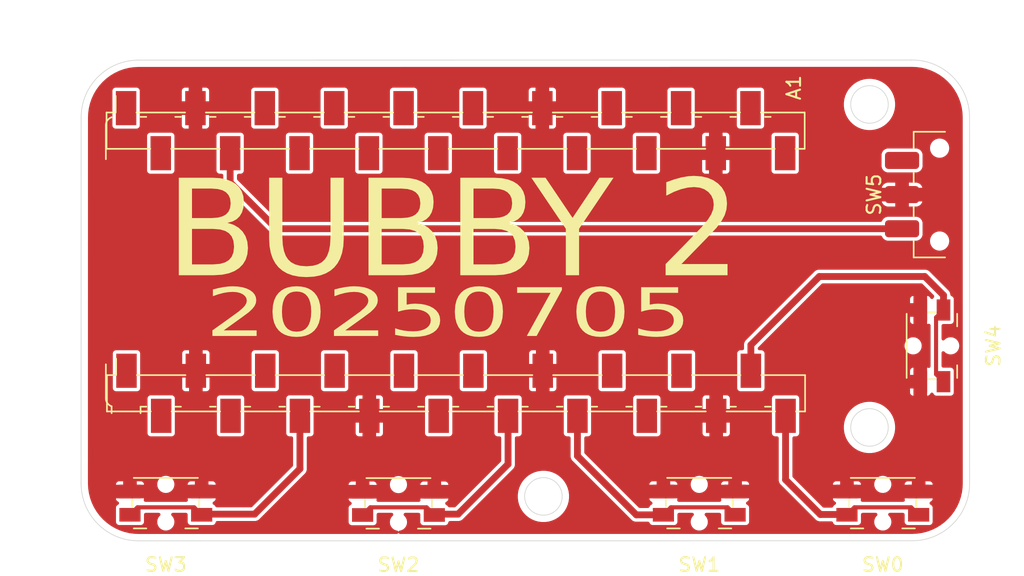
<source format=kicad_pcb>
(kicad_pcb (version 20241229) (generator "pcbnew") (generator_version "9.0")
  (layers (0 "F.Cu" signal) (2 "B.Cu" signal) (13 "F.Paste" user) (15 "B.Paste" user) (5 "F.SilkS" user "F.Silkscreen") (7 "B.SilkS" user "B.Silkscreen") (1 "F.Mask" user) (3 "B.Mask" user) (25 "Edge.Cuts" user))
  (net 0 "")
  (net 1 "Net-(A1-3V3_EN)")
  (net 2 "GND")
  (net 4 "Net-(A1-GPIO14)")
  (net 5 "Net-(A1-GPIO10)")
  (net 6 "Net-(A1-GPIO15)")
  (net 26 "Net-(A1-GPIO9)")
  (net 34 "Net-(A1-GPIO4)")
  (footprint "Button_Switch_SMD:Panasonic_EVQPUL_EVQPUC" (layer "F.Cu") (at 231.36 126.195 180)
    (property "Reference" "SW1" (at 0 -4.5 180) (layer "F.SilkS"))
    (property "Value" "SW_SPST" (hide yes))
    (fp_line (start 2.45 0.275) (end 2.45 -0.275) (stroke (width 0.12)) (layer "F.SilkS"))
    (fp_line (start 2.35 1.85) (end -2.35 1.85) (stroke (width 0.12)) (layer "F.SilkS"))
    (fp_line (start 2.35 -1.85) (end 1.425 -1.85) (stroke (width 0.12)) (layer "F.SilkS"))
    (fp_line (start -1.425 -1.85) (end -2.35 -1.85) (stroke (width 0.12)) (layer "F.SilkS"))
    (fp_line (start -2.45 0.275) (end -2.45 -0.275) (stroke (width 0.12)) (layer "F.SilkS"))
    (pad "" np_thru_hole circle (at 0 -1.375) (size 0.75 0.75) (drill 0.75) (layers "*.Cu" "*.Mask"))
    (pad "" np_thru_hole circle (at 0 1.375) (size 0.75 0.75) (drill 0.75) (layers "*.Cu" "*.Mask"))
    (pad "1" smd rect (at -2.625 -0.85) (size 1.55 1) (layers "F.Cu" "F.Mask" "F.Paste") (net 5 "Net-(A1-GPIO10)"))
    (pad "1" smd rect (at 2.625 -0.85) (size 1.55 1) (layers "F.Cu" "F.Mask" "F.Paste") (net 5 "Net-(A1-GPIO10)"))
    (pad "2" smd rect (at -2.625 0.85) (size 1.55 1) (layers "F.Cu" "F.Mask" "F.Paste") (net 2 "GND"))
    (pad "2" smd rect (at 2.625 0.85) (size 1.55 1) (layers "F.Cu" "F.Mask" "F.Paste") (net 2 "GND"))
  )
  (footprint "Button_Switch_SMD:Panasonic_EVQPUL_EVQPUC" (layer "F.Cu") (at 244.8 126.195 180)
    (property "Reference" "SW0" (at 0 -4.5 180) (layer "F.SilkS"))
    (property "Value" "SW_SPST" (hide yes))
    (fp_line (start 2.45 0.275) (end 2.45 -0.275) (stroke (width 0.12)) (layer "F.SilkS"))
    (fp_line (start 2.35 1.85) (end -2.35 1.85) (stroke (width 0.12)) (layer "F.SilkS"))
    (fp_line (start 2.35 -1.85) (end 1.425 -1.85) (stroke (width 0.12)) (layer "F.SilkS"))
    (fp_line (start -1.425 -1.85) (end -2.35 -1.85) (stroke (width 0.12)) (layer "F.SilkS"))
    (fp_line (start -2.45 0.275) (end -2.45 -0.275) (stroke (width 0.12)) (layer "F.SilkS"))
    (pad "" np_thru_hole circle (at 0 -1.375) (size 0.75 0.75) (drill 0.75) (layers "*.Cu" "*.Mask"))
    (pad "" np_thru_hole circle (at 0 1.375) (size 0.75 0.75) (drill 0.75) (layers "*.Cu" "*.Mask"))
    (pad "1" smd rect (at -2.625 -0.85) (size 1.55 1) (layers "F.Cu" "F.Mask" "F.Paste") (net 6 "Net-(A1-GPIO15)"))
    (pad "1" smd rect (at 2.625 -0.85) (size 1.55 1) (layers "F.Cu" "F.Mask" "F.Paste") (net 6 "Net-(A1-GPIO15)"))
    (pad "2" smd rect (at -2.625 0.85) (size 1.55 1) (layers "F.Cu" "F.Mask" "F.Paste") (net 2 "GND"))
    (pad "2" smd rect (at 2.625 0.85) (size 1.55 1) (layers "F.Cu" "F.Mask" "F.Paste") (net 2 "GND"))
  )
  (footprint "Button_Switch_SMD:Panasonic_EVQPUL_EVQPUC" (layer "F.Cu") (at 209.335 126.21 180)
    (property "Reference" "SW2" (at 0 -4.5 180) (layer "F.SilkS"))
    (property "Value" "SW_SPST" (hide yes))
    (fp_line (start 2.45 0.275) (end 2.45 -0.275) (stroke (width 0.12)) (layer "F.SilkS"))
    (fp_line (start 2.35 1.85) (end -2.35 1.85) (stroke (width 0.12)) (layer "F.SilkS"))
    (fp_line (start 2.35 -1.85) (end 1.425 -1.85) (stroke (width 0.12)) (layer "F.SilkS"))
    (fp_line (start -1.425 -1.85) (end -2.35 -1.85) (stroke (width 0.12)) (layer "F.SilkS"))
    (fp_line (start -2.45 0.275) (end -2.45 -0.275) (stroke (width 0.12)) (layer "F.SilkS"))
    (pad "" np_thru_hole circle (at 0 -1.375) (size 0.75 0.75) (drill 0.75) (layers "*.Cu" "*.Mask"))
    (pad "" np_thru_hole circle (at 0 1.375) (size 0.75 0.75) (drill 0.75) (layers "*.Cu" "*.Mask"))
    (pad "1" smd rect (at -2.625 -0.85) (size 1.55 1) (layers "F.Cu" "F.Mask" "F.Paste") (net 26 "Net-(A1-GPIO9)"))
    (pad "1" smd rect (at 2.625 -0.85) (size 1.55 1) (layers "F.Cu" "F.Mask" "F.Paste") (net 26 "Net-(A1-GPIO9)"))
    (pad "2" smd rect (at -2.625 0.85) (size 1.55 1) (layers "F.Cu" "F.Mask" "F.Paste") (net 2 "GND"))
    (pad "2" smd rect (at 2.625 0.85) (size 1.55 1) (layers "F.Cu" "F.Mask" "F.Paste") (net 2 "GND"))
  )
  (footprint "footprints:sw_spdt_slide_mskt-12c03" (layer "F.Cu") (at 248.96 103.6 90)
    (property "Reference" "SW5" (at 0 -4.8 90) (layer "F.SilkS"))
    (property "Value" "SW_DPDT_x2" (hide yes))
    (fp_line (start 4.6 -1.9) (end 4.6 0.4) (stroke (width 0.12)) (layer "F.SilkS"))
    (fp_line (start 3.4 -1.9) (end 4.6 -1.9) (stroke (width 0.12)) (layer "F.SilkS"))
    (fp_line (start 1.6 -1.9) (end 0.9 -1.9) (stroke (width 0.12)) (layer "F.SilkS"))
    (fp_line (start -0.9 -1.9) (end -1.6 -1.9) (stroke (width 0.12)) (layer "F.SilkS"))
    (fp_line (start -4.6 -1.9) (end -3.4 -1.9) (stroke (width 0.12)) (layer "F.SilkS"))
    (fp_line (start -4.6 0.4) (end -4.6 -1.9) (stroke (width 0.12)) (layer "F.SilkS"))
    (pad "" np_thru_hole circle (at -3.4 0 90) (size 0.9 0.9) (drill 0.9) (layers "*.Cu" "*.Mask"))
    (pad "" np_thru_hole circle (at 3.4 0 90) (size 0.9 0.9) (drill 0.9) (layers "*.Cu" "*.Mask"))
    (pad "1" smd roundrect (at -2.5 -2.75 90) (size 1.25 2.5) (layers "F.Cu" "F.Mask" "F.Paste") (roundrect_rratio 0.2) (net 1 "Net-(A1-3V3_EN)"))
    (pad "2" smd roundrect (at 0 -2.75 90) (size 1.25 2.5) (layers "F.Cu" "F.Mask" "F.Paste") (roundrect_rratio 0.2) (net 2 "GND"))
    (pad "3" smd roundrect (at 2.5 -2.75 90) (size 1.25 2.5) (layers "F.Cu" "F.Mask" "F.Paste") (roundrect_rratio 0.2))
  )
  (footprint "Button_Switch_SMD:Panasonic_EVQPUL_EVQPUC" (layer "F.Cu") (at 192.3 126.195 180)
    (property "Reference" "SW3" (at 0 -4.5 180) (layer "F.SilkS"))
    (property "Value" "SW_SPST" (hide yes))
    (fp_line (start 2.45 0.275) (end 2.45 -0.275) (stroke (width 0.12)) (layer "F.SilkS"))
    (fp_line (start 2.35 1.85) (end -2.35 1.85) (stroke (width 0.12)) (layer "F.SilkS"))
    (fp_line (start 2.35 -1.85) (end 1.425 -1.85) (stroke (width 0.12)) (layer "F.SilkS"))
    (fp_line (start -1.425 -1.85) (end -2.35 -1.85) (stroke (width 0.12)) (layer "F.SilkS"))
    (fp_line (start -2.45 0.275) (end -2.45 -0.275) (stroke (width 0.12)) (layer "F.SilkS"))
    (pad "" np_thru_hole circle (at 0 -1.375) (size 0.75 0.75) (drill 0.75) (layers "*.Cu" "*.Mask"))
    (pad "" np_thru_hole circle (at 0 1.375) (size 0.75 0.75) (drill 0.75) (layers "*.Cu" "*.Mask"))
    (pad "1" smd rect (at -2.625 -0.85) (size 1.55 1) (layers "F.Cu" "F.Mask" "F.Paste") (net 34 "Net-(A1-GPIO4)"))
    (pad "1" smd rect (at 2.625 -0.85) (size 1.55 1) (layers "F.Cu" "F.Mask" "F.Paste") (net 34 "Net-(A1-GPIO4)"))
    (pad "2" smd rect (at -2.625 0.85) (size 1.55 1) (layers "F.Cu" "F.Mask" "F.Paste") (net 2 "GND"))
    (pad "2" smd rect (at 2.625 0.85) (size 1.55 1) (layers "F.Cu" "F.Mask" "F.Paste") (net 2 "GND"))
  )
  (footprint "Button_Switch_SMD:Panasonic_EVQPUL_EVQPUC" (layer "F.Cu") (at 248.395 114.675 -90)
    (property "Reference" "SW4" (at 0 -4.5 270) (layer "F.SilkS"))
    (property "Value" "SW_SPST" (hide yes))
    (fp_line (start 2.35 1.85) (end -2.35 1.85) (stroke (width 0.12)) (layer "F.SilkS"))
    (fp_line (start -2.45 0.275) (end -2.45 -0.275) (stroke (width 0.12)) (layer "F.SilkS"))
    (fp_line (start 2.45 0.275) (end 2.45 -0.275) (stroke (width 0.12)) (layer "F.SilkS"))
    (fp_line (start -1.425 -1.85) (end -2.35 -1.85) (stroke (width 0.12)) (layer "F.SilkS"))
    (fp_line (start 2.35 -1.85) (end 1.425 -1.85) (stroke (width 0.12)) (layer "F.SilkS"))
    (pad "" np_thru_hole circle (at 0 -1.375 90) (size 0.75 0.75) (drill 0.75) (layers "*.Cu" "*.Mask"))
    (pad "" np_thru_hole circle (at 0 1.375 90) (size 0.75 0.75) (drill 0.75) (layers "*.Cu" "*.Mask"))
    (pad "1" smd rect (at -2.625 -0.85 90) (size 1.55 1) (layers "F.Cu" "F.Mask" "F.Paste") (net 4 "Net-(A1-GPIO14)"))
    (pad "1" smd rect (at 2.625 -0.85 90) (size 1.55 1) (layers "F.Cu" "F.Mask" "F.Paste") (net 4 "Net-(A1-GPIO14)"))
    (pad "2" smd rect (at -2.625 0.85 90) (size 1.55 1) (layers "F.Cu" "F.Mask" "F.Paste") (net 2 "GND"))
    (pad "2" smd rect (at 2.625 0.85 90) (size 1.55 1) (layers "F.Cu" "F.Mask" "F.Paste") (net 2 "GND"))
  )
  (footprint "rp2350-lcd-0.96-smd-short:RaspberryPi_Pico_SMD" (layer "F.Cu") (at 213.52 108.52 90)
    (property "Reference" "A1" (at 11.7475 24.765 90) (layer "F.SilkS") (effects (justify left)))
    (property "Value" "RaspberryPi_Pico")
    (fp_line (start 10 -25.61) (end 7.51 -25.61) (stroke (width 0.12)) (layer "F.SilkS"))
    (fp_line (start -10 -25.61) (end -7.51 -25.61) (stroke (width 0.12)) (layer "F.SilkS"))
    (fp_line (start 10.93 -25.56) (end 10.93 -24.89) (stroke (width 0.12)) (layer "F.SilkS"))
    (fp_line (start 8.27 -25.56) (end 10.93 -25.56) (stroke (width 0.12)) (layer "F.SilkS"))
    (fp_line (start 8.27 -25.56) (end 8.27 -22.35) (stroke (width 0.12)) (layer "F.SilkS"))
    (fp_line (start -8.3 -25.53) (end -8.3 -24.86) (stroke (width 0.12)) (layer "F.SilkS"))
    (fp_line (start -10.96 -25.53) (end -8.3 -25.53) (stroke (width 0.12)) (layer "F.SilkS"))
    (fp_line (start -10.96 -25.53) (end -10.96 -22.32) (stroke (width 0.12)) (layer "F.SilkS"))
    (fp_line (start -10.579676 -25.19) (end -11.09 -25.19) (stroke (width 0.12)) (layer "F.SilkS"))
    (fp_line (start 10.93 -24.89) (end 12.14 -24.89) (stroke (width 0.12)) (layer "F.SilkS"))
    (fp_line (start -8.3 -24.86) (end -7.09 -24.86) (stroke (width 0.12)) (layer "F.SilkS"))
    (fp_line (start 10.93 -23.37) (end 10.93 -19.81) (stroke (width 0.12)) (layer "F.SilkS"))
    (fp_line (start -8.3 -23.34) (end -8.3 -19.78) (stroke (width 0.12)) (layer "F.SilkS"))
    (fp_line (start 10.61 -23.07) (end 10.61 -22.65) (stroke (width 0.12)) (layer "F.SilkS"))
    (fp_line (start -10.61 -23.07) (end -11.09 -23.07) (stroke (width 0.12)) (layer "F.SilkS"))
    (fp_line (start -10.61 -23.07) (end -10.61 -22.65) (stroke (width 0.12)) (layer "F.SilkS"))
    (fp_line (start 8.27 -20.83) (end 8.27 -17.27) (stroke (width 0.12)) (layer "F.SilkS"))
    (fp_line (start -10.96 -20.8) (end -10.96 -17.24) (stroke (width 0.12)) (layer "F.SilkS"))
    (fp_line (start 10.61 -20.53) (end 10.61 -20.11) (stroke (width 0.12)) (layer "F.SilkS"))
    (fp_line (start -10.61 -20.53) (end -10.61 -20.11) (stroke (width 0.12)) (layer "F.SilkS"))
    (fp_line (start 10.93 -18.29) (end 10.93 -14.73) (stroke (width 0.12)) (layer "F.SilkS"))
    (fp_line (start -8.3 -18.26) (end -8.3 -14.7) (stroke (width 0.12)) (layer "F.SilkS"))
    (fp_line (start 10.61 -17.99) (end 10.61 -17.57) (stroke (width 0.12)) (layer "F.SilkS"))
    (fp_line (start -10.61 -17.99) (end -10.61 -17.57) (stroke (width 0.12)) (layer "F.SilkS"))
    (fp_line (start 8.27 -15.75) (end 8.27 -12.19) (stroke (width 0.12)) (layer "F.SilkS"))
    (fp_line (start -10.96 -15.72) (end -10.96 -12.16) (stroke (width 0.12)) (layer "F.SilkS"))
    (fp_line (start 10.61 -15.45) (end 10.61 -15.03) (stroke (width 0.12)) (layer "F.SilkS"))
    (fp_line (start -10.61 -15.45) (end -10.61 -15.03) (stroke (width 0.12)) (layer "F.SilkS"))
    (fp_line (start 10.93 -13.21) (end 10.93 -9.65) (stroke (width 0.12)) (layer "F.SilkS"))
    (fp_line (start -8.3 -13.18) (end -8.3 -9.62) (stroke (width 0.12)) (layer "F.SilkS"))
    (fp_line (start 10.61 -12.91) (end 10.61 -12.49) (stroke (width 0.12)) (layer "F.SilkS"))
    (fp_line (start -10.61 -12.91) (end -10.61 -12.49) (stroke (width 0.12)) (layer "F.SilkS"))
    (fp_line (start 8.27 -10.67) (end 8.27 -7.11) (stroke (width 0.12)) (layer "F.SilkS"))
    (fp_line (start -10.96 -10.64) (end -10.96 -7.08) (stroke (width 0.12)) (layer "F.SilkS"))
    (fp_line (start 10.61 -10.37) (end 10.61 -9.95) (stroke (width 0.12)) (layer "F.SilkS"))
    (fp_line (start -10.61 -10.37) (end -10.61 -9.95) (stroke (width 0.12)) (layer "F.SilkS"))
    (fp_line (start 10.93 -8.13) (end 10.93 -4.57) (stroke (width 0.12)) (layer "F.SilkS"))
    (fp_line (start -8.3 -8.1) (end -8.3 -4.54) (stroke (width 0.12)) (layer "F.SilkS"))
    (fp_line (start 10.61 -7.83) (end 10.61 -7.41) (stroke (width 0.12)) (layer "F.SilkS"))
    (fp_line (start -10.61 -7.83) (end -10.61 -7.41) (stroke (width 0.12)) (layer "F.SilkS"))
    (fp_line (start 8.27 -5.59) (end 8.27 -2.03) (stroke (width 0.12)) (layer "F.SilkS"))
    (fp_line (start -10.96 -5.56) (end -10.96 -2) (stroke (width 0.12)) (layer "F.SilkS"))
    (fp_line (start 10.61 -5.29) (end 10.61 -4.87) (stroke (width 0.12)) (layer "F.SilkS"))
    (fp_line (start -10.61 -5.29) (end -10.61 -4.87) (stroke (width 0.12)) (layer "F.SilkS"))
    (fp_line (start 10.93 -3.05) (end 10.93 0.51) (stroke (width 0.12)) (layer "F.SilkS"))
    (fp_line (start -8.3 -3.02) (end -8.3 0.54) (stroke (width 0.12)) (layer "F.SilkS"))
    (fp_line (start 10.61 -2.75) (end 10.61 -2.33) (stroke (width 0.12)) (layer "F.SilkS"))
    (fp_line (start -10.61 -2.75) (end -10.61 -2.33) (stroke (width 0.12)) (layer "F.SilkS"))
    (fp_line (start 8.27 -0.51) (end 8.27 3.05) (stroke (width 0.12)) (layer "F.SilkS"))
    (fp_line (start -10.96 -0.48) (end -10.96 3.08) (stroke (width 0.12)) (layer "F.SilkS"))
    (fp_line (start 10.61 -0.21) (end 10.61 0.21) (stroke (width 0.12)) (layer "F.SilkS"))
    (fp_line (start -10.61 -0.21) (end -10.61 0.21) (stroke (width 0.12)) (layer "F.SilkS"))
    (fp_line (start 10.93 2.03) (end 10.93 5.59) (stroke (width 0.12)) (layer "F.SilkS"))
    (fp_line (start -8.3 2.06) (end -8.3 5.62) (stroke (width 0.12)) (layer "F.SilkS"))
    (fp_line (start 10.61 2.33) (end 10.61 2.75) (stroke (width 0.12)) (layer "F.SilkS"))
    (fp_line (start -10.61 2.33) (end -10.61 2.75) (stroke (width 0.12)) (layer "F.SilkS"))
    (fp_line (start 8.27 4.57) (end 8.27 8.13) (stroke (width 0.12)) (layer "F.SilkS"))
    (fp_line (start -10.96 4.6) (end -10.96 8.16) (stroke (width 0.12)) (layer "F.SilkS"))
    (fp_line (start 10.61 4.87) (end 10.61 5.29) (stroke (width 0.12)) (layer "F.SilkS"))
    (fp_line (start -10.61 4.87) (end -10.61 5.29) (stroke (width 0.12)) (layer "F.SilkS"))
    (fp_line (start 10.93 7.11) (end 10.93 10.67) (stroke (width 0.12)) (layer "F.SilkS"))
    (fp_line (start -8.3 7.14) (end -8.3 10.7) (stroke (width 0.12)) (layer "F.SilkS"))
    (fp_line (start 10.61 7.41) (end 10.61 7.83) (stroke (width 0.12)) (layer "F.SilkS"))
    (fp_line (start -10.61 7.41) (end -10.61 7.83) (stroke (width 0.12)) (layer "F.SilkS"))
    (fp_line (start 8.27 9.65) (end 8.27 13.21) (stroke (width 0.12)) (layer "F.SilkS"))
    (fp_line (start -10.96 9.68) (end -10.96 13.24) (stroke (width 0.12)) (layer "F.SilkS"))
    (fp_line (start 10.61 9.95) (end 10.61 10.37) (stroke (width 0.12)) (layer "F.SilkS"))
    (fp_line (start -10.61 9.95) (end -10.61 10.37) (stroke (width 0.12)) (layer "F.SilkS"))
    (fp_line (start 10.93 12.19) (end 10.93 15.75) (stroke (width 0.12)) (layer "F.SilkS"))
    (fp_line (start -8.3 12.22) (end -8.3 15.78) (stroke (width 0.12)) (layer "F.SilkS"))
    (fp_line (start 10.61 12.49) (end 10.61 12.91) (stroke (width 0.12)) (layer "F.SilkS"))
    (fp_line (start -10.61 12.49) (end -10.61 12.91) (stroke (width 0.12)) (layer "F.SilkS"))
    (fp_line (start 8.27 14.73) (end 8.27 18.29) (stroke (width 0.12)) (layer "F.SilkS"))
    (fp_line (start -10.96 14.76) (end -10.96 18.32) (stroke (width 0.12)) (layer "F.SilkS"))
    (fp_line (start 10.61 15.03) (end 10.61 15.45) (stroke (width 0.12)) (layer "F.SilkS"))
    (fp_line (start -10.61 15.03) (end -10.61 15.45) (stroke (width 0.12)) (layer "F.SilkS"))
    (fp_line (start 10.93 17.27) (end 10.93 20.83) (stroke (width 0.12)) (layer "F.SilkS"))
    (fp_line (start -8.3 17.3) (end -8.3 20.86) (stroke (width 0.12)) (layer "F.SilkS"))
    (fp_line (start 10.61 17.57) (end 10.61 17.99) (stroke (width 0.12)) (layer "F.SilkS"))
    (fp_line (start -10.61 17.57) (end -10.61 17.99) (stroke (width 0.12)) (layer "F.SilkS"))
    (fp_line (start 8.27 19.81) (end 8.27 23.37) (stroke (width 0.12)) (layer "F.SilkS"))
    (fp_line (start -10.96 19.84) (end -10.96 23.4) (stroke (width 0.12)) (layer "F.SilkS"))
    (fp_line (start 10.61 20.11) (end 10.61 20.53) (stroke (width 0.12)) (layer "F.SilkS"))
    (fp_line (start -10.61 20.11) (end -10.61 20.53) (stroke (width 0.12)) (layer "F.SilkS"))
    (fp_line (start 10.93 22.35) (end 10.93 25.56) (stroke (width 0.12)) (layer "F.SilkS"))
    (fp_line (start -8.3 22.38) (end -8.3 25.59) (stroke (width 0.12)) (layer "F.SilkS"))
    (fp_line (start 10.61 22.65) (end 10.61 23.07) (stroke (width 0.12)) (layer "F.SilkS"))
    (fp_line (start -10.61 22.65) (end -10.61 23.07) (stroke (width 0.12)) (layer "F.SilkS"))
    (fp_line (start 8.27 24.89) (end 8.27 25.56) (stroke (width 0.12)) (layer "F.SilkS"))
    (fp_line (start -10.96 24.92) (end -10.96 25.59) (stroke (width 0.12)) (layer "F.SilkS"))
    (fp_line (start 8.27 25.56) (end 10.93 25.56) (stroke (width 0.12)) (layer "F.SilkS"))
    (fp_line (start -10.96 25.59) (end -8.3 25.59) (stroke (width 0.12)) (layer "F.SilkS"))
    (fp_arc (start 10 -25.61) (mid 10.357937 -25.493944) (end 10.579676 -25.189937) (stroke (width 0.12)) (layer "F.SilkS"))
    (fp_arc (start -10.579676 -25.19) (mid -10.357938 -25.493944) (end -10 -25.61) (stroke (width 0.12)) (layer "F.SilkS"))
    (pad "" smd rect (at -8.89 -24.13 90) (size 3.8 2.2) (drill (offset -0.8 0)) (layers "F.Paste"))
    (pad "" smd rect (at -8.89 -21.59 90) (size 3.8 2.2) (drill (offset -0.8 0)) (layers "F.Paste"))
    (pad "" smd rect (at -8.89 -19.05 90) (size 3.8 2.2) (drill (offset -0.8 0)) (layers "F.Paste"))
    (pad "" smd rect (at -8.89 -16.51 90) (size 3.8 2.2) (drill (offset -0.8 0)) (layers "F.Paste"))
    (pad "" smd rect (at -8.89 -13.97 90) (size 3.8 2.2) (drill (offset -0.8 0)) (layers "F.Paste"))
    (pad "" smd rect (at -8.89 -11.43 90) (size 3.8 2.2) (drill (offset -0.8 0)) (layers "F.Paste"))
    (pad "" smd rect (at -8.89 -8.89 90) (size 3.8 2.2) (drill (offset -0.8 0)) (layers "F.Paste"))
    (pad "" smd rect (at -8.89 -6.35 90) (size 3.8 2.2) (drill (offset -0.8 0)) (layers "F.Paste"))
    (pad "" smd rect (at -8.89 -3.81 90) (size 3.8 2.2) (drill (offset -0.8 0)) (layers "F.Paste"))
    (pad "" smd rect (at -8.89 -1.27 90) (size 3.8 2.2) (drill (offset -0.8 0)) (layers "F.Paste"))
    (pad "" smd rect (at -8.89 1.27 90) (size 3.8 2.2) (drill (offset -0.8 0)) (layers "F.Paste"))
    (pad "" smd rect (at -8.89 3.81 90) (size 3.8 2.2) (drill (offset -0.8 0)) (layers "F.Paste"))
    (pad "" smd rect (at -8.89 6.35 90) (size 3.8 2.2) (drill (offset -0.8 0)) (layers "F.Paste"))
    (pad "" smd rect (at -8.89 8.89 90) (size 3.8 2.2) (drill (offset -0.8 0)) (layers "F.Paste"))
    (pad "" smd rect (at -8.89 11.43 90) (size 3.8 2.2) (drill (offset -0.8 0)) (layers "F.Paste"))
    (pad "" smd rect (at -8.89 13.97 90) (size 3.8 2.2) (drill (offset -0.8 0)) (layers "F.Paste"))
    (pad "" smd rect (at -8.89 16.51 90) (size 3.8 2.2) (drill (offset -0.8 0)) (layers "F.Paste"))
    (pad "" smd rect (at -8.89 19.05 90) (size 3.8 2.2) (drill (offset -0.8 0)) (layers "F.Paste"))
    (pad "" smd rect (at -8.89 21.59 90) (size 3.8 2.2) (drill (offset -0.8 0)) (layers "F.Paste"))
    (pad "" smd rect (at -8.89 24.13 90) (size 3.8 2.2) (drill (offset -0.8 0)) (layers "F.Paste"))
    (pad "" smd rect (at 8.89 -24.13 90) (size 3.8 2.2) (drill (offset 0.8 0)) (layers "F.Paste"))
    (pad "" smd rect (at 8.89 -21.59 90) (size 3.8 2.2) (drill (offset 0.8 0)) (layers "F.Paste"))
    (pad "" smd rect (at 8.89 -19.05 90) (size 3.8 2.2) (drill (offset 0.8 0)) (layers "F.Paste"))
    (pad "" smd rect (at 8.89 -16.51 90) (size 3.8 2.2) (drill (offset 0.8 0)) (layers "F.Paste"))
    (pad "" smd rect (at 8.89 -13.97 90) (size 3.8 2.2) (drill (offset 0.8 0)) (layers "F.Paste"))
    (pad "" smd rect (at 8.89 -11.43 90) (size 3.8 2.2) (drill (offset 0.8 0)) (layers "F.Paste"))
    (pad "" smd rect (at 8.89 -8.89 90) (size 3.8 2.2) (drill (offset 0.8 0)) (layers "F.Paste"))
    (pad "" smd rect (at 8.89 -6.35 90) (size 3.8 2.2) (drill (offset 0.8 0)) (layers "F.Paste"))
    (pad "" smd rect (at 8.89 -3.81 90) (size 3.8 2.2) (drill (offset 0.8 0)) (layers "F.Paste"))
    (pad "" smd rect (at 8.89 -1.27 90) (size 3.8 2.2) (drill (offset 0.8 0)) (layers "F.Paste"))
    (pad "" smd rect (at 8.89 1.27 90) (size 3.8 2.2) (drill (offset 0.8 0)) (layers "F.Paste"))
    (pad "" smd rect (at 8.89 3.81 90) (size 3.8 2.2) (drill (offset 0.8 0)) (layers "F.Paste"))
    (pad "" smd rect (at 8.89 6.35 90) (size 3.8 2.2) (drill (offset 0.8 0)) (layers "F.Paste"))
    (pad "" smd rect (at 8.89 8.89 90) (size 3.8 2.2) (drill (offset 0.8 0)) (layers "F.Paste"))
    (pad "" smd rect (at 8.89 11.43 90) (size 3.8 2.2) (drill (offset 0.8 0)) (layers "F.Paste"))
    (pad "" smd rect (at 8.89 13.97 90) (size 3.8 2.2) (drill (offset 0.8 0)) (layers "F.Paste"))
    (pad "" smd rect (at 8.89 16.51 90) (size 3.8 2.2) (drill (offset 0.8 0)) (layers "F.Paste"))
    (pad "" smd rect (at 8.89 19.05 90) (size 3.8 2.2) (drill (offset 0.8 0)) (layers "F.Paste"))
    (pad "" smd rect (at 8.89 21.59 90) (size 3.8 2.2) (drill (offset 0.8 0)) (layers "F.Paste"))
    (pad "" smd rect (at 8.89 24.13 90) (size 3.8 2.2) (drill (offset 0.8 0)) (layers "F.Paste"))
    (pad "1" smd rect (at -7.98 -24.1 90) (size 2.5 1.5) (layers "F.Cu" "F.Mask" "F.Paste"))
    (pad "2" smd rect (at -11.28 -21.56 90) (size 2.5 1.5) (layers "F.Cu" "F.Mask" "F.Paste"))
    (pad "3" smd rect (at -7.98 -19.02 90) (size 2.5 1.5) (layers "F.Cu" "F.Mask" "F.Paste") (net 2 "GND"))
    (pad "4" smd rect (at -11.28 -16.48 90) (size 2.5 1.5) (layers "F.Cu" "F.Mask" "F.Paste"))
    (pad "5" smd rect (at -7.98 -13.94 90) (size 2.5 1.5) (layers "F.Cu" "F.Mask" "F.Paste"))
    (pad "6" smd rect (at -11.28 -11.4 90) (size 2.5 1.5) (layers "F.Cu" "F.Mask" "F.Paste") (net 34 "Net-(A1-GPIO4)"))
    (pad "7" smd rect (at -7.98 -8.86 90) (size 2.5 1.5) (layers "F.Cu" "F.Mask" "F.Paste"))
    (pad "8" smd rect (at -11.28 -6.32 90) (size 2.5 1.5) (layers "F.Cu" "F.Mask" "F.Paste") (net 2 "GND"))
    (pad "9" smd rect (at -7.98 -3.78 90) (size 2.5 1.5) (layers "F.Cu" "F.Mask" "F.Paste"))
    (pad "10" smd rect (at -11.28 -1.24 90) (size 2.5 1.5) (layers "F.Cu" "F.Mask" "F.Paste"))
    (pad "11" smd rect (at -7.98 1.3 90) (size 2.5 1.5) (layers "F.Cu" "F.Mask" "F.Paste"))
    (pad "12" smd rect (at -11.28 3.84 90) (size 2.5 1.5) (layers "F.Cu" "F.Mask" "F.Paste") (net 26 "Net-(A1-GPIO9)"))
    (pad "13" smd rect (at -7.98 6.38 90) (size 2.5 1.5) (layers "F.Cu" "F.Mask" "F.Paste") (net 2 "GND"))
    (pad "14" smd rect (at -11.28 8.92 90) (size 2.5 1.5) (layers "F.Cu" "F.Mask" "F.Paste") (net 5 "Net-(A1-GPIO10)"))
    (pad "15" smd rect (at -7.98 11.46 90) (size 2.5 1.5) (layers "F.Cu" "F.Mask" "F.Paste"))
    (pad "16" smd rect (at -11.28 14 90) (size 2.5 1.5) (layers "F.Cu" "F.Mask" "F.Paste"))
    (pad "17" smd rect (at -7.98 16.54 90) (size 2.5 1.5) (layers "F.Cu" "F.Mask" "F.Paste"))
    (pad "18" smd rect (at -11.28 19.08 90) (size 2.5 1.5) (layers "F.Cu" "F.Mask" "F.Paste") (net 2 "GND"))
    (pad "19" smd rect (at -7.98 21.62 90) (size 2.5 1.5) (layers "F.Cu" "F.Mask" "F.Paste") (net 4 "Net-(A1-GPIO14)"))
    (pad "20" smd rect (at -11.28 24.16 90) (size 2.5 1.5) (layers "F.Cu" "F.Mask" "F.Paste") (net 6 "Net-(A1-GPIO15)"))
    (pad "21" smd rect (at 7.95 24.13 90) (size 2.5 1.5) (layers "F.Cu" "F.Mask" "F.Paste"))
    (pad "22" smd rect (at 11.25 21.59 90) (size 2.5 1.5) (layers "F.Cu" "F.Mask" "F.Paste"))
    (pad "23" smd rect (at 7.95 19.05 90) (size 2.5 1.5) (layers "F.Cu" "F.Mask" "F.Paste") (net 2 "GND"))
    (pad "24" smd rect (at 11.25 16.51 90) (size 2.5 1.5) (layers "F.Cu" "F.Mask" "F.Paste"))
    (pad "25" smd rect (at 7.95 13.97 90) (size 2.5 1.5) (layers "F.Cu" "F.Mask" "F.Paste"))
    (pad "26" smd rect (at 11.25 11.43 90) (size 2.5 1.5) (layers "F.Cu" "F.Mask" "F.Paste"))
    (pad "27" smd rect (at 7.95 8.89 90) (size 2.5 1.5) (layers "F.Cu" "F.Mask" "F.Paste"))
    (pad "28" smd rect (at 11.25 6.35 90) (size 2.5 1.5) (layers "F.Cu" "F.Mask" "F.Paste") (net 2 "GND"))
    (pad "29" smd rect (at 7.95 3.81 90) (size 2.5 1.5) (layers "F.Cu" "F.Mask" "F.Paste"))
    (pad "30" smd rect (at 11.25 1.27 90) (size 2.5 1.5) (layers "F.Cu" "F.Mask" "F.Paste"))
    (pad "31" smd rect (at 7.95 -1.27 90) (size 2.5 1.5) (layers "F.Cu" "F.Mask" "F.Paste"))
    (pad "32" smd rect (at 11.25 -3.81 90) (size 2.5 1.5) (layers "F.Cu" "F.Mask" "F.Paste"))
    (pad "33" smd rect (at 7.95 -6.35 90) (size 2.5 1.5) (layers "F.Cu" "F.Mask" "F.Paste"))
    (pad "34" smd rect (at 11.25 -8.89 90) (size 2.5 1.5) (layers "F.Cu" "F.Mask" "F.Paste"))
    (pad "35" smd rect (at 7.95 -11.43 90) (size 2.5 1.5) (layers "F.Cu" "F.Mask" "F.Paste"))
    (pad "36" smd rect (at 11.25 -13.97 90) (size 2.5 1.5) (layers "F.Cu" "F.Mask" "F.Paste"))
    (pad "37" smd rect (at 7.95 -16.51 90) (size 2.5 1.5) (layers "F.Cu" "F.Mask" "F.Paste") (net 1 "Net-(A1-3V3_EN)"))
    (pad "38" smd rect (at 11.25 -19.05 90) (size 2.5 1.5) (layers "F.Cu" "F.Mask" "F.Paste") (net 2 "GND"))
    (pad "39" smd rect (at 7.95 -21.59 90) (size 2.5 1.5) (layers "F.Cu" "F.Mask" "F.Paste"))
    (pad "40" smd rect (at 11.25 -24.13 90) (size 2.5 1.5) (layers "F.Cu" "F.Mask" "F.Paste"))
  )
  (gr_arc (start 190.361525 128.951836) (mid 187.350038 127.744965) (end 186.096967 124.752406) (stroke (width 0.05)) (layer "Edge.Cuts"))
  (gr_arc (start 251.156899 124.683484) (mid 249.95 127.69501) (end 246.957396 128.948092) (stroke (width 0.05)) (layer "Edge.Cuts"))
  (gr_line (start 186.100497 98.018057) (end 186.096968 124.752406) (stroke (width 0.05)) (layer "Edge.Cuts"))
  (gr_arc (start 246.888474 93.74655) (mid 249.9 94.953449) (end 251.153082 97.946053) (stroke (width 0.05)) (layer "Edge.Cuts"))
  (gr_line (start 251.153082 97.946053) (end 251.156906 124.683484) (stroke (width 0.05)) (layer "Edge.Cuts"))
  (gr_line (start 190.272985 93.753486) (end 246.888474 93.74655) (stroke (width 0.05)) (layer "Edge.Cuts"))
  (gr_circle (center 243.825 120.65) (end 245.2 120.65) (stroke (width 0.05)) (fill no) (layer "Edge.Cuts"))
  (gr_circle (center 219.95 125.7) (end 221.325 125.7) (stroke (width 0.05)) (fill no) (layer "Edge.Cuts"))
  (gr_arc (start 186.100497 98.018057) (mid 187.29978 95.014236) (end 190.278312 93.753455) (stroke (width 0.05)) (layer "Edge.Cuts"))
  (gr_circle (center 243.825 97) (end 245.2 97) (stroke (width 0.05)) (fill no) (layer "Edge.Cuts"))
  (gr_line (start 190.361526 128.951908) (end 246.957396 128.948092) (stroke (width 0.05)) (layer "Edge.Cuts"))
  (gr_text "20250705" (at 213 112.5 0) (layer "F.SilkS") (effects (font (size 3.5 5))))
  (gr_text "BUBBY 2" (at 213.35 106.6 0) (layer "F.SilkS") (effects (font (size 7 7))))
  (segment (start 197.01 102.69) (end 197.01 100.57) (width 0.5) (layer "F.Cu") (net 1))
  (segment (start 197 102.7) (end 197.01 102.69) (width 0.5) (layer "F.Cu") (net 1))
  (segment (start 246.6 106.1) (end 200.4 106.1) (width 0.5) (layer "F.Cu") (net 1))
  (segment (start 200.4 106.1) (end 197 102.7) (width 0.5) (layer "F.Cu") (net 1))
  (segment (start 240.15 109.6) (end 235.14 114.61) (width 0.5) (layer "F.Cu") (net 4))
  (segment (start 247.875 109.6) (end 240.15 109.6) (width 0.5) (layer "F.Cu") (net 4))
  (segment (start 249.245 111.77) (end 249.245 110.97) (width 0.5) (layer "F.Cu") (net 4))
  (segment (start 248.7 116.755) (end 248.7 112.595) (width 0.3) (layer "F.Cu") (net 4))
  (segment (start 249.245 117.3) (end 248.7 116.755) (width 0.3) (layer "F.Cu") (net 4))
  (segment (start 248.7 112.595) (end 249.245 112.05) (width 0.3) (layer "F.Cu") (net 4))
  (segment (start 235.14 114.61) (end 235.14 116.5) (width 0.5) (layer "F.Cu") (net 4))
  (segment (start 249.245 110.97) (end 247.875 109.6) (width 0.5) (layer "F.Cu") (net 4))
  (segment (start 222.44 122.74) (end 222.44 119.8) (width 0.5) (layer "F.Cu") (net 5))
  (segment (start 229.28 126.5) (end 233.44 126.5) (width 0.3) (layer "F.Cu") (net 5))
  (segment (start 228.735 127.045) (end 229.28 126.5) (width 0.3) (layer "F.Cu") (net 5))
  (segment (start 233.44 126.5) (end 233.985 127.045) (width 0.3) (layer "F.Cu") (net 5))
  (segment (start 228.735 127.045) (end 228.73 127.05) (width 0.5) (layer "F.Cu") (net 5))
  (segment (start 228.73 127.05) (end 226.75 127.05) (width 0.5) (layer "F.Cu") (net 5))
  (segment (start 226.75 127.05) (end 222.44 122.74) (width 0.5) (layer "F.Cu") (net 5))
  (segment (start 242.72 126.5) (end 246.88 126.5) (width 0.3) (layer "F.Cu") (net 6))
  (segment (start 242.225 127.025) (end 240.225 127.025) (width 0.5) (layer "F.Cu") (net 6))
  (segment (start 246.88 126.5) (end 247.425 127.045) (width 0.3) (layer "F.Cu") (net 6))
  (segment (start 242.175 127.045) (end 242.72 126.5) (width 0.3) (layer "F.Cu") (net 6))
  (segment (start 237.68 124.48) (end 237.68 119.8) (width 0.5) (layer "F.Cu") (net 6))
  (segment (start 240.225 127.025) (end 237.68 124.48) (width 0.5) (layer "F.Cu") (net 6))
  (segment (start 206.71 127.06) (end 207.27 126.5) (width 0.3) (layer "F.Cu") (net 26))
  (segment (start 213.7 127) (end 217.36 123.34) (width 0.5) (layer "F.Cu") (net 26))
  (segment (start 217.36 123.34) (end 217.36 119.8) (width 0.5) (layer "F.Cu") (net 26))
  (segment (start 211.95 127.075) (end 212.025 127) (width 0.5) (layer "F.Cu") (net 26))
  (segment (start 207.27 126.5) (end 211.4 126.5) (width 0.3) (layer "F.Cu") (net 26))
  (segment (start 212.025 127) (end 213.7 127) (width 0.5) (layer "F.Cu") (net 26))
  (segment (start 211.4 126.5) (end 211.96 127.06) (width 0.3) (layer "F.Cu") (net 26))
  (segment (start 189.675 127.045) (end 190.22 126.5) (width 0.3) (layer "F.Cu") (net 34))
  (segment (start 195 127) (end 194.925 127.075) (width 0.5) (layer "F.Cu") (net 34))
  (segment (start 202.12 123.68) (end 198.8 127) (width 0.5) (layer "F.Cu") (net 34))
  (segment (start 190.22 126.5) (end 194.38 126.5) (width 0.3) (layer "F.Cu") (net 34))
  (segment (start 194.38 126.5) (end 194.925 127.045) (width 0.3) (layer "F.Cu") (net 34))
  (segment (start 198.8 127) (end 195 127) (width 0.5) (layer "F.Cu") (net 34))
  (segment (start 202.12 119.8) (end 202.12 123.68) (width 0.5) (layer "F.Cu") (net 34))
  (zone (net 2) (net_name "GND") (layer "F.Cu") (connect_pads (clearance 0.25)) (min_thickness 0.25) (fill yes (thermal_gap 0.25) (thermal_bridge_width 1))
    (polygon (pts (xy 186.2 97.6) (xy 186.7 95.9) (xy 187.5 94.9) (xy 189 94) (xy 190.3 93.8) (xy 247.3 93.8) (xy 248.5 94.1) (xy 250.5 95.8) (xy 251.1 97.8) (xy 251.1 125.1) (xy 250.8 126.3) (xy 250.1 127.4) (xy 248.9 128.4) (xy 247.9 128.8) (xy 247.2 128.9) (xy 190 128.9) (xy 189 128.7) (xy 187.3 127.6) (xy 186.8 127) (xy 186.2 125.4)))
  )
)
</source>
